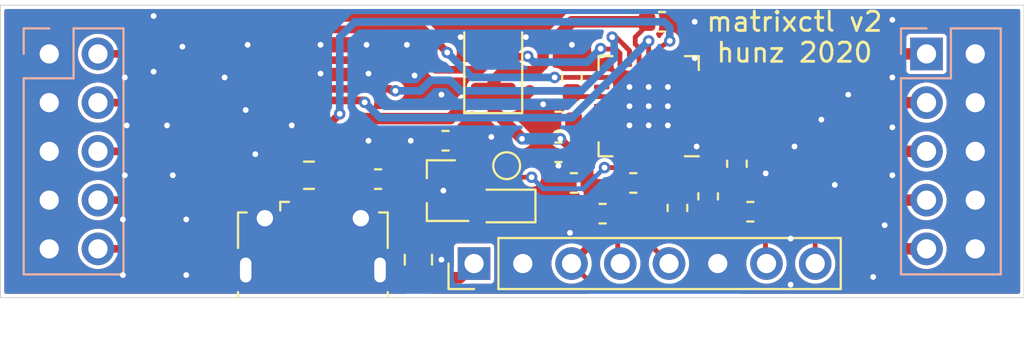
<source format=kicad_pcb>
(kicad_pcb (version 20200628) (host pcbnew "5.99.0-unknown-476558e~101~ubuntu19.10.1")
  (layers (0 "F.Cu" signal) (31 "B.Cu" signal) (34 "B.Paste" user) (35 "F.Paste" user) (36 "B.SilkS" user) (37 "F.SilkS" user) (38 "B.Mask" user) (39 "F.Mask" user) (44 "Edge.Cuts" user))
  (net 0 "")
  (net 1 "GND")
  (net 2 "/VIO")
  (net 3 "/CS1")
  (net 4 "/CS2")
  (net 5 "/CS3")
  (net 6 "/CS4")
  (net 7 "/CS5")
  (net 8 "/SW5")
  (net 9 "/SW4")
  (net 10 "/SW3")
  (net 11 "/SW2")
  (net 12 "/SW1")
  (net 13 "/~INTB")
  (net 14 "/~SDB")
  (net 15 "/SCL")
  (net 16 "/SDA")
  (net 17 "Net-(R105-Pad1)")
  (net 18 "Net-(R106-Pad1)")
  (net 19 "Net-(U101-Pad9)")
  (net 20 "Net-(U101-Pad16)")
  (net 21 "Net-(U101-Pad18)")
  (net 22 "Net-(U101-Pad19)")
  (net 23 "Net-(TP101-Pad1)")
  (net 24 "VBUS")
  (net 25 "Net-(C106-Pad1)")
  (net 26 "Net-(FB101-Pad2)")
  (net 27 "Net-(FB102-Pad2)")
  (net 28 "Net-(J104-Pad3)")
  (net 29 "Net-(J104-Pad4)")
  (net 30 "Net-(J104-Pad2)")
  (module "Resistor_SMD:R_0603_1608Metric" (layer "F.Cu") (at 133.4 114.3 90)
    (fp_text reference "R112" hide)
    (fp_text value "2.2k")
    (fp_line (start -0.162779 0.51) (end 0.162779 0.51) (layer "F.SilkS") (width 0.12))
    (fp_line (start -0.162779 -0.51) (end 0.162779 -0.51) (layer "F.SilkS") (width 0.12))
    (pad "2" smd roundrect (at 0.7875 0 90) (size 0.875 0.95) (layers "F.Cu" "F.Paste" "F.Mask") (net 14 "/~SDB"))
    (pad "1" smd roundrect (at -0.7875 0 90) (size 0.875 0.95) (layers "F.Cu" "F.Paste" "F.Mask") (net 2 "/VIO"))
  )
  (module "Package_TO_SOT_SMD:SOT-23" (layer "F.Cu") (at 119.5 114 180)
    (fp_text reference "U102" hide)
    (fp_text value "AP7313-33SR")
    (fp_line (start 0.76 1.58) (end -0.7 1.58) (layer "F.SilkS") (width 0.12))
    (fp_line (start 0.76 -1.58) (end -1.4 -1.58) (layer "F.SilkS") (width 0.12))
    (fp_line (start 0.76 -1.58) (end 0.76 -0.65) (layer "F.SilkS") (width 0.12))
    (fp_line (start 0.76 1.58) (end 0.76 0.65) (layer "F.SilkS") (width 0.12))
    (pad "3" smd rect (at 1 0 180) (size 0.9 0.8) (layers "F.Cu" "F.Paste" "F.Mask") (net 24 "VBUS"))
    (pad "2" smd rect (at -1 0.95 180) (size 0.9 0.8) (layers "F.Cu" "F.Paste" "F.Mask") (net 25 "Net-(C106-Pad1)"))
    (pad "1" smd rect (at -1 -0.95 180) (size 0.9 0.8) (layers "F.Cu" "F.Paste" "F.Mask") (net 1 "GND"))
  )
  (module "Connector_USB:USB_Micro-B_Molex-105017-0001" (layer "F.Cu") (at 112.8 116.9)
    (fp_text reference "J104" hide)
    (fp_text value "USB_B_Micro")
    (fp_line (start -1.7 -2.3125) (end -1.7 -1.8625) (layer "F.SilkS") (width 0.12))
    (fp_line (start -1.7 -2.3125) (end -1.25 -2.3125) (layer "F.SilkS") (width 0.12))
    (fp_line (start 3.9 -1.7625) (end 3.45 -1.7625) (layer "F.SilkS") (width 0.12))
    (fp_line (start 3.9 0.0875) (end 3.9 -1.7625) (layer "F.SilkS") (width 0.12))
    (fp_line (start -3.9 2.6375) (end -3.9 2.3875) (layer "F.SilkS") (width 0.12))
    (fp_line (start 3.9 2.6375) (end 3.9 2.3875) (layer "F.SilkS") (width 0.12))
    (fp_line (start -3.9 0.0875) (end -3.9 -1.7625) (layer "F.SilkS") (width 0.12))
    (fp_line (start -3.9 -1.7625) (end -3.45 -1.7625) (layer "F.SilkS") (width 0.12))
    (pad "6" smd rect (at -2.9 1.2375) (size 1.2 1.9) (layers "F.Cu" "F.Mask") (net 1 "GND"))
    (pad "6" smd rect (at 2.9 1.2375) (size 1.2 1.9) (layers "F.Cu" "F.Mask") (net 1 "GND"))
    (pad "6" thru_hole oval (at 3.5 1.2375) (size 1.2 1.9) (drill oval 0.6 1.3) (layers *.Cu *.Mask) (net 1 "GND"))
    (pad "6" thru_hole oval (at -3.5 1.2375 180) (size 1.2 1.9) (drill oval 0.6 1.3) (layers *.Cu *.Mask) (net 1 "GND"))
    (pad "6" smd rect (at -1 1.2375) (size 1.5 1.9) (layers "F.Cu" "F.Paste" "F.Mask") (net 1 "GND"))
    (pad "6" thru_hole circle (at 2.5 -1.4625) (size 1.45 1.45) (drill 0.85) (layers *.Cu *.Mask) (net 1 "GND"))
    (pad "3" smd rect (at 0 -1.4625) (size 0.4 1.35) (layers "F.Cu" "F.Paste" "F.Mask") (net 28 "Net-(J104-Pad3)"))
    (pad "4" smd rect (at 0.65 -1.4625) (size 0.4 1.35) (layers "F.Cu" "F.Paste" "F.Mask") (net 29 "Net-(J104-Pad4)"))
    (pad "5" smd rect (at 1.3 -1.4625) (size 0.4 1.35) (layers "F.Cu" "F.Paste" "F.Mask") (net 1 "GND"))
    (pad "1" smd rect (at -1.3 -1.4625) (size 0.4 1.35) (layers "F.Cu" "F.Paste" "F.Mask") (net 26 "Net-(FB101-Pad2)"))
    (pad "2" smd rect (at -0.65 -1.4625) (size 0.4 1.35) (layers "F.Cu" "F.Paste" "F.Mask") (net 30 "Net-(J104-Pad2)"))
    (pad "6" thru_hole circle (at -2.5 -1.4625) (size 1.45 1.45) (drill 0.85) (layers *.Cu *.Mask) (net 1 "GND"))
    (pad "6" smd rect (at 1 1.2375) (size 1.5 1.9) (layers "F.Cu" "F.Paste" "F.Mask") (net 1 "GND"))
  )
  (module "Inductor_SMD:L_0805_2012Metric" (layer "F.Cu") (at 118.3 117.6 -90)
    (fp_text reference "FB102" hide)
    (fp_text value "600R/1A/0.1")
    (fp_line (start -0.258578 0.71) (end 0.258578 0.71) (layer "F.SilkS") (width 0.12))
    (fp_line (start -0.258578 -0.71) (end 0.258578 -0.71) (layer "F.SilkS") (width 0.12))
    (pad "2" smd roundrect (at 0.9375 0 270) (size 0.975 1.4) (layers "F.Cu" "F.Paste" "F.Mask") (net 27 "Net-(FB102-Pad2)"))
    (pad "1" smd roundrect (at -0.9375 0 270) (size 0.975 1.4) (layers "F.Cu" "F.Paste" "F.Mask") (net 24 "VBUS"))
  )
  (module "Inductor_SMD:L_0805_2012Metric" (layer "F.Cu") (at 112.6 113.2 180)
    (fp_text reference "FB101" hide)
    (fp_text value "600R/1A/0.1")
    (fp_line (start -0.258578 0.71) (end 0.258578 0.71) (layer "F.SilkS") (width 0.12))
    (fp_line (start -0.258578 -0.71) (end 0.258578 -0.71) (layer "F.SilkS") (width 0.12))
    (pad "2" smd roundrect (at 0.9375 0 180) (size 0.975 1.4) (layers "F.Cu" "F.Paste" "F.Mask") (net 26 "Net-(FB101-Pad2)"))
    (pad "1" smd roundrect (at -0.9375 0 180) (size 0.975 1.4) (layers "F.Cu" "F.Paste" "F.Mask") (net 24 "VBUS"))
  )
  (module "Diode_SMD:D_SOD-323" (layer "F.Cu") (at 122.9 114.8 180)
    (fp_text reference "D101" hide)
    (fp_text value "BAT60A")
    (fp_line (start -1.5 -0.85) (end 1.05 -0.85) (layer "F.SilkS") (width 0.12))
    (fp_line (start -1.5 0.85) (end 1.05 0.85) (layer "F.SilkS") (width 0.12))
    (fp_line (start -1.5 -0.85) (end -1.5 0.85) (layer "F.SilkS") (width 0.12))
    (pad "2" smd rect (at 1.05 0 180) (size 0.6 0.45) (layers "F.Cu" "F.Paste" "F.Mask") (net 25 "Net-(C106-Pad1)"))
    (pad "1" smd rect (at -1.05 0 180) (size 0.6 0.45) (layers "F.Cu" "F.Paste" "F.Mask") (net 2 "/VIO"))
  )
  (module "Capacitor_SMD:C_0603_1608Metric" (layer "F.Cu") (at 116.2 113.4 180)
    (fp_text reference "C107" hide)
    (fp_text value "2.2u")
    (fp_line (start -0.162779 0.51) (end 0.162779 0.51) (layer "F.SilkS") (width 0.12))
    (fp_line (start -0.162779 -0.51) (end 0.162779 -0.51) (layer "F.SilkS") (width 0.12))
    (pad "2" smd roundrect (at 0.7875 0 180) (size 0.875 0.95) (layers "F.Cu" "F.Paste" "F.Mask") (net 1 "GND"))
    (pad "1" smd roundrect (at -0.7875 0 180) (size 0.875 0.95) (layers "F.Cu" "F.Paste" "F.Mask") (net 24 "VBUS"))
  )
  (module "Capacitor_SMD:C_0603_1608Metric" (layer "F.Cu") (at 119.7125 111.4 180)
    (fp_text reference "C106" hide)
    (fp_text value "2.2u")
    (fp_line (start -0.162779 0.51) (end 0.162779 0.51) (layer "F.SilkS") (width 0.12))
    (fp_line (start -0.162779 -0.51) (end 0.162779 -0.51) (layer "F.SilkS") (width 0.12))
    (pad "2" smd roundrect (at 0.7875 0 180) (size 0.875 0.95) (layers "F.Cu" "F.Paste" "F.Mask") (net 1 "GND"))
    (pad "1" smd roundrect (at -0.7875 0 180) (size 0.875 0.95) (layers "F.Cu" "F.Paste" "F.Mask") (net 25 "Net-(C106-Pad1)"))
  )
  (module "Capacitor_Tantalum_SMD:CP_EIA-3528-21_Kemet-B" (layer "F.Cu") (at 122.2 107.5 90)
    (fp_text reference "C101" hide)
    (fp_text value "22u/10V")
    (fp_line (start -2.46 1.51) (end 1.75 1.51) (layer "F.SilkS") (width 0.12))
    (fp_line (start -2.46 -1.51) (end -2.46 1.51) (layer "F.SilkS") (width 0.12))
    (fp_line (start 1.75 -1.51) (end -2.46 -1.51) (layer "F.SilkS") (width 0.12))
    (pad "2" smd roundrect (at 1.5375 0 90) (size 1.325 2.35) (layers "F.Cu" "F.Paste" "F.Mask") (roundrect_rratio 0.1886792452830189) (net 1 "GND"))
    (pad "1" smd roundrect (at -1.5375 0 90) (size 1.325 2.35) (layers "F.Cu" "F.Paste" "F.Mask") (roundrect_rratio 0.1886792452830189) (net 24 "VBUS"))
  )
  (module "ledmatrix:QFN-28-1EP_5x5mm_P0.5mm_EP3.5x3.5mm_ThermalVias" (layer "F.Cu") (at 130.3 109.6 180)
    (fp_text reference "U101" hide)
    (fp_text value "IS31FL3738")
    (fp_line (start 1.885 -2.61) (end 2.61 -2.61) (layer "F.SilkS") (width 0.12))
    (fp_line (start 2.61 -2.61) (end 2.61 -1.885) (layer "F.SilkS") (width 0.12))
    (fp_line (start -1.885 2.61) (end -2.61 2.61) (layer "F.SilkS") (width 0.12))
    (fp_line (start -2.61 2.61) (end -2.61 1.885) (layer "F.SilkS") (width 0.12))
    (fp_line (start 1.885 2.61) (end 2.61 2.61) (layer "F.SilkS") (width 0.12))
    (fp_line (start 2.61 2.61) (end 2.61 1.885) (layer "F.SilkS") (width 0.12))
    (fp_line (start -1.885 -2.61) (end -2.61 -2.61) (layer "F.SilkS") (width 0.12))
    (pad "29" smd roundrect (at 0 0 180) (size 3.5 3.5) (layers "F.Cu" "F.Mask") (roundrect_rratio 0.075) (net 1 "GND"))
    (pad "29" thru_hole circle (at -1 -1 180) (size 0.6 0.6) (drill 0.3) (layers *.Cu) (net 1 "GND"))
    (pad "29" thru_hole circle (at 0 -1 180) (size 0.6 0.6) (drill 0.3) (layers *.Cu) (net 1 "GND"))
    (pad "29" thru_hole circle (at 1 -1 180) (size 0.6 0.6) (drill 0.3) (layers *.Cu) (net 1 "GND"))
    (pad "29" thru_hole circle (at -1 0 180) (size 0.6 0.6) (drill 0.3) (layers *.Cu) (net 1 "GND"))
    (pad "29" thru_hole circle (at 0 0 180) (size 0.6 0.6) (drill 0.3) (layers *.Cu) (net 1 "GND"))
    (pad "29" thru_hole circle (at 1 0 180) (size 0.6 0.6) (drill 0.3) (layers *.Cu) (net 1 "GND"))
    (pad "29" thru_hole circle (at -1 1 180) (size 0.6 0.6) (drill 0.3) (layers *.Cu) (net 1 "GND"))
    (pad "29" thru_hole circle (at 0 1 180) (size 0.6 0.6) (drill 0.3) (layers *.Cu) (net 1 "GND"))
    (pad "29" thru_hole circle (at 1 1 180) (size 0.6 0.6) (drill 0.3) (layers *.Cu) (net 1 "GND"))
    (pad "29" smd roundrect (at 0 0 180) (size 2.5 2.5) (layers "B.Cu") (roundrect_rratio 0.1) (net 1 "GND"))
    (pad "1" smd roundrect (at -2.45 -1.5 180) (size 0.8 0.25) (layers "F.Cu" "F.Paste" "F.Mask") (net 1 "GND"))
    (pad "2" smd roundrect (at -2.45 -1 180) (size 0.8 0.25) (layers "F.Cu" "F.Paste" "F.Mask") (net 12 "/SW1"))
    (pad "3" smd roundrect (at -2.45 -0.5 180) (size 0.8 0.25) (layers "F.Cu" "F.Paste" "F.Mask") (net 11 "/SW2"))
    (pad "4" smd roundrect (at -2.45 0 180) (size 0.8 0.25) (layers "F.Cu" "F.Paste" "F.Mask") (net 1 "GND"))
    (pad "5" smd roundrect (at -2.45 0.5 180) (size 0.8 0.25) (layers "F.Cu" "F.Paste" "F.Mask") (net 10 "/SW3"))
    (pad "6" smd roundrect (at -2.45 1 180) (size 0.8 0.25) (layers "F.Cu" "F.Paste" "F.Mask") (net 9 "/SW4"))
    (pad "7" smd roundrect (at -2.45 1.5 180) (size 0.8 0.25) (layers "F.Cu" "F.Paste" "F.Mask") (net 8 "/SW5"))
    (pad "8" smd roundrect (at -1.5 2.45 180) (size 0.25 0.8) (layers "F.Cu" "F.Paste" "F.Mask") (net 1 "GND"))
    (pad "9" smd roundrect (at -1 2.45 180) (size 0.25 0.8) (layers "F.Cu" "F.Paste" "F.Mask") (net 19 "Net-(U101-Pad9)"))
    (pad "10" smd roundrect (at -0.5 2.45 180) (size 0.25 0.8) (layers "F.Cu" "F.Paste" "F.Mask") (net 3 "/CS1"))
    (pad "11" smd roundrect (at 0 2.45 180) (size 0.25 0.8) (layers "F.Cu" "F.Paste" "F.Mask") (net 4 "/CS2"))
    (pad "12" smd roundrect (at 0.5 2.45 180) (size 0.25 0.8) (layers "F.Cu" "F.Paste" "F.Mask") (net 24 "VBUS"))
    (pad "13" smd roundrect (at 1 2.45 180) (size 0.25 0.8) (layers "F.Cu" "F.Paste" "F.Mask") (net 5 "/CS3"))
    (pad "14" smd roundrect (at 1.5 2.45 180) (size 0.25 0.8) (layers "F.Cu" "F.Paste" "F.Mask") (net 6 "/CS4"))
    (pad "15" smd roundrect (at 2.45 1.5 180) (size 0.8 0.25) (layers "F.Cu" "F.Paste" "F.Mask") (net 7 "/CS5"))
    (pad "16" smd roundrect (at 2.45 1 180) (size 0.8 0.25) (layers "F.Cu" "F.Paste" "F.Mask") (net 20 "Net-(U101-Pad16)"))
    (pad "17" smd roundrect (at 2.45 0.5 180) (size 0.8 0.25) (layers "F.Cu" "F.Paste" "F.Mask") (net 24 "VBUS"))
    (pad "18" smd roundrect (at 2.45 0 180) (size 0.8 0.25) (layers "F.Cu" "F.Paste" "F.Mask") (net 21 "Net-(U101-Pad18)"))
    (pad "19" smd roundrect (at 2.45 -0.5 180) (size 0.8 0.25) (layers "F.Cu" "F.Paste" "F.Mask") (net 22 "Net-(U101-Pad19)"))
    (pad "20" smd roundrect (at 2.45 -1 180) (size 0.8 0.25) (layers "F.Cu" "F.Paste" "F.Mask") (net 17 "Net-(R105-Pad1)"))
    (pad "21" smd roundrect (at 2.45 -1.5 180) (size 0.8 0.25) (layers "F.Cu" "F.Paste" "F.Mask") (net 24 "VBUS"))
    (pad "22" smd roundrect (at 1.5 -2.45 180) (size 0.25 0.8) (layers "F.Cu" "F.Paste" "F.Mask") (net 2 "/VIO"))
    (pad "23" smd roundrect (at 1 -2.45 180) (size 0.25 0.8) (layers "F.Cu" "F.Paste" "F.Mask") (net 23 "Net-(TP101-Pad1)"))
    (pad "24" smd roundrect (at 0.5 -2.45 180) (size 0.25 0.8) (layers "F.Cu" "F.Paste" "F.Mask") (net 16 "/SDA"))
    (pad "25" smd roundrect (at 0 -2.45 180) (size 0.25 0.8) (layers "F.Cu" "F.Paste" "F.Mask") (net 15 "/SCL"))
    (pad "26" smd roundrect (at -0.5 -2.45 180) (size 0.25 0.8) (layers "F.Cu" "F.Paste" "F.Mask") (net 18 "Net-(R106-Pad1)"))
    (pad "27" smd roundrect (at -1 -2.45 180) (size 0.25 0.8) (layers "F.Cu" "F.Paste" "F.Mask") (net 13 "/~INTB"))
    (pad "28" smd roundrect (at -1.5 -2.45 180) (size 0.25 0.8) (layers "F.Cu" "F.Paste" "F.Mask") (net 14 "/~SDB"))
  )
  (module "Connector_PinHeader_2.54mm:PinHeader_1x08_P2.54mm_Vertical" (layer "F.Cu") (at 121.2 117.8 90)
    (fp_text reference "J103" hide)
    (fp_text value "Conn_01x08" hide)
    (fp_line (start -1.33 -1.33) (end 0 -1.33) (layer "F.SilkS") (width 0.12))
    (fp_line (start -1.33 0) (end -1.33 -1.33) (layer "F.SilkS") (width 0.12))
    (fp_line (start -1.33 1.27) (end 1.33 1.27) (layer "F.SilkS") (width 0.12))
    (fp_line (start 1.33 1.27) (end 1.33 19.11) (layer "F.SilkS") (width 0.12))
    (fp_line (start -1.33 1.27) (end -1.33 19.11) (layer "F.SilkS") (width 0.12))
    (fp_line (start -1.33 19.11) (end 1.33 19.11) (layer "F.SilkS") (width 0.12))
    (pad "8" thru_hole oval (at 0 17.78 90) (size 1.7 1.7) (drill 1) (layers *.Cu *.Mask) (net 14 "/~SDB"))
    (pad "7" thru_hole oval (at 0 15.24 90) (size 1.7 1.7) (drill 1) (layers *.Cu *.Mask) (net 13 "/~INTB"))
    (pad "6" thru_hole oval (at 0 12.7 90) (size 1.7 1.7) (drill 1) (layers *.Cu *.Mask) (net 1 "GND"))
    (pad "5" thru_hole oval (at 0 10.16 90) (size 1.7 1.7) (drill 1) (layers *.Cu *.Mask) (net 15 "/SCL"))
    (pad "4" thru_hole oval (at 0 7.62 90) (size 1.7 1.7) (drill 1) (layers *.Cu *.Mask) (net 16 "/SDA"))
    (pad "3" thru_hole oval (at 0 5.08 90) (size 1.7 1.7) (drill 1) (layers *.Cu *.Mask) (net 2 "/VIO"))
    (pad "2" thru_hole oval (at 0 2.54 90) (size 1.7 1.7) (drill 1) (layers *.Cu *.Mask) (net 1 "GND"))
    (pad "1" thru_hole rect (at 0 0 90) (size 1.7 1.7) (drill 1) (layers *.Cu *.Mask) (net 27 "Net-(FB102-Pad2)"))
  )
  (module "TestPoint:TestPoint_Pad_D1.0mm" (layer "F.Cu") (at 122.9 112.7)
    (fp_text reference "TP101" hide)
    (fp_text value "TestPoint")
    (fp_circle (center 0 0) (end 0 0.7) (layer "F.SilkS") (width 0.12))
    (pad "1" smd circle (at 0 0) (size 1 1) (layers "F.Cu" "F.Mask") (net 23 "Net-(TP101-Pad1)"))
  )
  (module "Resistor_SMD:R_0603_1608Metric" (layer "F.Cu") (at 131.8 114.9 -90)
    (fp_text reference "R106" hide)
    (fp_text value "0")
    (fp_line (start -0.162779 0.51) (end 0.162779 0.51) (layer "F.SilkS") (width 0.12))
    (fp_line (start -0.162779 -0.51) (end 0.162779 -0.51) (layer "F.SilkS") (width 0.12))
    (pad "2" smd roundrect (at 0.7875 0 270) (size 0.875 0.95) (layers "F.Cu" "F.Paste" "F.Mask") (net 1 "GND"))
    (pad "1" smd roundrect (at -0.7875 0 270) (size 0.875 0.95) (layers "F.Cu" "F.Paste" "F.Mask") (net 18 "Net-(R106-Pad1)"))
  )
  (module "Resistor_SMD:R_0603_1608Metric" (layer "F.Cu") (at 125.6 110.4 180)
    (fp_text reference "R105" hide)
    (fp_text value "20k")
    (fp_line (start -0.162779 0.51) (end 0.162779 0.51) (layer "F.SilkS") (width 0.12))
    (fp_line (start -0.162779 -0.51) (end 0.162779 -0.51) (layer "F.SilkS") (width 0.12))
    (pad "2" smd roundrect (at 0.7875 0 180) (size 0.875 0.95) (layers "F.Cu" "F.Paste" "F.Mask") (net 1 "GND"))
    (pad "1" smd roundrect (at -0.7875 0 180) (size 0.875 0.95) (layers "F.Cu" "F.Paste" "F.Mask") (net 17 "Net-(R105-Pad1)"))
  )
  (module "Resistor_SMD:R_0603_1608Metric" (layer "F.Cu") (at 127.9 115.2)
    (fp_text reference "R104" hide)
    (fp_text value "2.2k")
    (fp_line (start -0.162779 0.51) (end 0.162779 0.51) (layer "F.SilkS") (width 0.12))
    (fp_line (start -0.162779 -0.51) (end 0.162779 -0.51) (layer "F.SilkS") (width 0.12))
    (pad "2" smd roundrect (at 0.7875 0) (size 0.875 0.95) (layers "F.Cu" "F.Paste" "F.Mask") (net 16 "/SDA"))
    (pad "1" smd roundrect (at -0.7875 0) (size 0.875 0.95) (layers "F.Cu" "F.Paste" "F.Mask") (net 2 "/VIO"))
  )
  (module "Resistor_SMD:R_0603_1608Metric" (layer "F.Cu") (at 129.5 113.6)
    (fp_text reference "R103" hide)
    (fp_text value "2.2k")
    (fp_line (start -0.162779 0.51) (end 0.162779 0.51) (layer "F.SilkS") (width 0.12))
    (fp_line (start -0.162779 -0.51) (end 0.162779 -0.51) (layer "F.SilkS") (width 0.12))
    (pad "2" smd roundrect (at 0.7875 0) (size 0.875 0.95) (layers "F.Cu" "F.Paste" "F.Mask") (net 15 "/SCL"))
    (pad "1" smd roundrect (at -0.7875 0) (size 0.875 0.95) (layers "F.Cu" "F.Paste" "F.Mask") (net 2 "/VIO"))
  )
  (module "Resistor_SMD:R_0603_1608Metric" (layer "F.Cu") (at 134.9 112.6 90)
    (fp_text reference "R102" hide)
    (fp_text value "DNP")
    (fp_line (start -0.162779 0.51) (end 0.162779 0.51) (layer "F.SilkS") (width 0.12))
    (fp_line (start -0.162779 -0.51) (end 0.162779 -0.51) (layer "F.SilkS") (width 0.12))
    (pad "2" smd roundrect (at 0.7875 0 90) (size 0.875 0.95) (layers "F.Cu" "F.Paste" "F.Mask") (net 1 "GND"))
    (pad "1" smd roundrect (at -0.7875 0 90) (size 0.875 0.95) (layers "F.Cu" "F.Paste" "F.Mask") (net 14 "/~SDB"))
  )
  (module "Resistor_SMD:R_0603_1608Metric" (layer "F.Cu") (at 135.6 115.1)
    (fp_text reference "R101" hide)
    (fp_text value "100k")
    (fp_line (start -0.162779 0.51) (end 0.162779 0.51) (layer "F.SilkS") (width 0.12))
    (fp_line (start -0.162779 -0.51) (end 0.162779 -0.51) (layer "F.SilkS") (width 0.12))
    (pad "2" smd roundrect (at 0.7875 0) (size 0.875 0.95) (layers "F.Cu" "F.Paste" "F.Mask") (net 13 "/~INTB"))
    (pad "1" smd roundrect (at -0.7875 0) (size 0.875 0.95) (layers "F.Cu" "F.Paste" "F.Mask") (net 2 "/VIO"))
  )
  (module "Capacitor_SMD:C_0603_1608Metric" (layer "F.Cu") (at 126.4 113.6 180)
    (fp_text reference "C105" hide)
    (fp_text value "1u")
    (fp_line (start -0.162779 -0.51) (end 0.162779 -0.51) (layer "F.SilkS") (width 0.12))
    (fp_line (start -0.162779 0.51) (end 0.162779 0.51) (layer "F.SilkS") (width 0.12))
    (pad "1" smd roundrect (at -0.7875 0 180) (size 0.875 0.95) (layers "F.Cu" "F.Paste" "F.Mask") (net 2 "/VIO"))
    (pad "2" smd roundrect (at 0.7875 0 180) (size 0.875 0.95) (layers "F.Cu" "F.Paste" "F.Mask") (net 1 "GND"))
  )
  (module "Capacitor_SMD:C_0603_1608Metric" (layer "F.Cu") (at 125.6 112 180)
    (fp_text reference "C104" hide)
    (fp_text value "1u")
    (fp_line (start -0.162779 0.51) (end 0.162779 0.51) (layer "F.SilkS") (width 0.12))
    (fp_line (start -0.162779 -0.51) (end 0.162779 -0.51) (layer "F.SilkS") (width 0.12))
    (pad "2" smd roundrect (at 0.7875 0 180) (size 0.875 0.95) (layers "F.Cu" "F.Paste" "F.Mask") (net 1 "GND"))
    (pad "1" smd roundrect (at -0.7875 0 180) (size 0.875 0.95) (layers "F.Cu" "F.Paste" "F.Mask") (net 24 "VBUS"))
  )
  (module "Capacitor_SMD:C_0603_1608Metric" (layer "F.Cu") (at 131 105.2)
    (fp_text reference "C103" hide)
    (fp_text value "1u")
    (fp_line (start -0.162779 0.51) (end 0.162779 0.51) (layer "F.SilkS") (width 0.12))
    (fp_line (start -0.162779 -0.51) (end 0.162779 -0.51) (layer "F.SilkS") (width 0.12))
    (pad "2" smd roundrect (at 0.7875 0) (size 0.875 0.95) (layers "F.Cu" "F.Paste" "F.Mask") (net 1 "GND"))
    (pad "1" smd roundrect (at -0.7875 0) (size 0.875 0.95) (layers "F.Cu" "F.Paste" "F.Mask") (net 24 "VBUS"))
  )
  (module "Capacitor_SMD:C_0603_1608Metric" (layer "F.Cu") (at 126.3 108.1 90)
    (fp_text reference "C102" hide)
    (fp_text value "1u")
    (fp_line (start -0.162779 0.51) (end 0.162779 0.51) (layer "F.SilkS") (width 0.12))
    (fp_line (start -0.162779 -0.51) (end 0.162779 -0.51) (layer "F.SilkS") (width 0.12))
    (pad "2" smd roundrect (at 0.7875 0 90) (size 0.875 0.95) (layers "F.Cu" "F.Paste" "F.Mask") (net 1 "GND"))
    (pad "1" smd roundrect (at -0.7875 0 90) (size 0.875 0.95) (layers "F.Cu" "F.Paste" "F.Mask") (net 24 "VBUS"))
  )
  (module "Connector_PinSocket_2.54mm:PinSocket_2x05_P2.54mm_Vertical" (layer "B.Cu") (at 144.78 106.875 180)
    (fp_text reference "J102" hide)
    (fp_text value "Conn_02x05_Odd_Even" hide)
    (fp_line (start -3.87 1.33) (end -1.27 1.33) (layer "B.SilkS") (width 0.12))
    (fp_line (start -3.87 1.33) (end -3.87 -11.49) (layer "B.SilkS") (width 0.12))
    (fp_line (start -3.87 -11.49) (end 1.33 -11.49) (layer "B.SilkS") (width 0.12))
    (fp_line (start 1.33 -1.27) (end 1.33 -11.49) (layer "B.SilkS") (width 0.12))
    (fp_line (start -1.27 -1.27) (end 1.33 -1.27) (layer "B.SilkS") (width 0.12))
    (fp_line (start -1.27 1.33) (end -1.27 -1.27) (layer "B.SilkS") (width 0.12))
    (fp_line (start 1.33 1.33) (end 1.33 0) (layer "B.SilkS") (width 0.12))
    (fp_line (start 0 1.33) (end 1.33 1.33) (layer "B.SilkS") (width 0.12))
    (pad "1" thru_hole rect (at 0 0 180) (size 1.7 1.7) (drill 1) (layers *.Cu *.Mask) (net 8 "/SW5"))
    (pad "2" thru_hole oval (at -2.54 0 180) (size 1.7 1.7) (drill 1) (layers *.Cu *.Mask) (net 1 "GND"))
    (pad "3" thru_hole oval (at 0 -2.54 180) (size 1.7 1.7) (drill 1) (layers *.Cu *.Mask) (net 9 "/SW4"))
    (pad "4" thru_hole oval (at -2.54 -2.54 180) (size 1.7 1.7) (drill 1) (layers *.Cu *.Mask) (net 1 "GND"))
    (pad "5" thru_hole oval (at 0 -5.08 180) (size 1.7 1.7) (drill 1) (layers *.Cu *.Mask) (net 10 "/SW3"))
    (pad "6" thru_hole oval (at -2.54 -5.08 180) (size 1.7 1.7) (drill 1) (layers *.Cu *.Mask) (net 1 "GND"))
    (pad "7" thru_hole oval (at 0 -7.62 180) (size 1.7 1.7) (drill 1) (layers *.Cu *.Mask) (net 11 "/SW2"))
    (pad "8" thru_hole oval (at -2.54 -7.62 180) (size 1.7 1.7) (drill 1) (layers *.Cu *.Mask) (net 1 "GND"))
    (pad "9" thru_hole oval (at 0 -10.16 180) (size 1.7 1.7) (drill 1) (layers *.Cu *.Mask) (net 12 "/SW1"))
    (pad "10" thru_hole oval (at -2.54 -10.16 180) (size 1.7 1.7) (drill 1) (layers *.Cu *.Mask) (net 1 "GND"))
  )
  (module "Connector_PinSocket_2.54mm:PinSocket_2x05_P2.54mm_Vertical" (layer "B.Cu") (at 99.06 106.875 180)
    (fp_text reference "J101" hide)
    (fp_text value "Conn_02x05_Odd_Even" hide)
    (fp_line (start 0 1.33) (end 1.33 1.33) (layer "B.SilkS") (width 0.12))
    (fp_line (start 1.33 1.33) (end 1.33 0) (layer "B.SilkS") (width 0.12))
    (fp_line (start -1.27 1.33) (end -1.27 -1.27) (layer "B.SilkS") (width 0.12))
    (fp_line (start -1.27 -1.27) (end 1.33 -1.27) (layer "B.SilkS") (width 0.12))
    (fp_line (start 1.33 -1.27) (end 1.33 -11.49) (layer "B.SilkS") (width 0.12))
    (fp_line (start -3.87 -11.49) (end 1.33 -11.49) (layer "B.SilkS") (width 0.12))
    (fp_line (start -3.87 1.33) (end -3.87 -11.49) (layer "B.SilkS") (width 0.12))
    (fp_line (start -3.87 1.33) (end -1.27 1.33) (layer "B.SilkS") (width 0.12))
    (pad "10" thru_hole oval (at -2.54 -10.16 180) (size 1.7 1.7) (drill 1) (layers *.Cu *.Mask) (net 3 "/CS1"))
    (pad "9" thru_hole oval (at 0 -10.16 180) (size 1.7 1.7) (drill 1) (layers *.Cu *.Mask) (net 1 "GND"))
    (pad "8" thru_hole oval (at -2.54 -7.62 180) (size 1.7 1.7) (drill 1) (layers *.Cu *.Mask) (net 4 "/CS2"))
    (pad "7" thru_hole oval (at 0 -7.62 180) (size 1.7 1.7) (drill 1) (layers *.Cu *.Mask) (net 1 "GND"))
    (pad "6" thru_hole oval (at -2.54 -5.08 180) (size 1.7 1.7) (drill 1) (layers *.Cu *.Mask) (net 5 "/CS3"))
    (pad "5" thru_hole oval (at 0 -5.08 180) (size 1.7 1.7) (drill 1) (layers *.Cu *.Mask) (net 1 "GND"))
    (pad "4" thru_hole oval (at -2.54 -2.54 180) (size 1.7 1.7) (drill 1) (layers *.Cu *.Mask) (net 6 "/CS4"))
    (pad "3" thru_hole oval (at 0 -2.54 180) (size 1.7 1.7) (drill 1) (layers *.Cu *.Mask) (net 1 "GND"))
    (pad "2" thru_hole oval (at -2.54 0 180) (size 1.7 1.7) (drill 1) (layers *.Cu *.Mask) (net 7 "/CS5"))
    (pad "1" thru_hole rect (at 0 0 180) (size 1.7 1.7) (drill 1) (layers *.Cu *.Mask) (net 1 "GND"))
  )
  (gr_text "matrixctl v2\nhunz 2020" (at 137.9 106) (layer "F.SilkS") (effects (font (size 1 1))))
  (gr_line (start 96.52 104.335) (end 96.52 119.575) (layer "Edge.Cuts") (width 0.05))
  (gr_line (start 149.86 104.335) (end 96.52 104.335) (layer "Edge.Cuts") (width 0.05))
  (gr_line (start 149.86 119.575) (end 149.86 104.335) (layer "Edge.Cuts") (width 0.05))
  (gr_line (start 96.52 119.575) (end 149.86 119.575) (layer "Edge.Cuts") (width 0.05))
  (segment (start 118.95 108.25) (end 118.4 108.8) (width 0.4) (layer "B.Cu") (net 5))
  (segment (start 120.499999 108.799999) (end 120.05 108.35) (width 0.4) (layer "B.Cu") (net 5))
  (segment (start 120.05 108.35) (end 119.95 108.25) (width 0.4) (layer "B.Cu") (net 5))
  (segment (start 119.95 108.25) (end 118.95 108.25) (width 0.4) (layer "B.Cu") (net 5))
  (segment (start 119.2 107.7) (end 121.6 107.7) (width 0.4) (layer "F.Cu") (net 6))
  (segment (start 116.8 107.2) (end 117.9 107.2) (width 0.4) (layer "F.Cu") (net 6))
  (segment (start 117.9 107.2) (end 118.7 107.2) (width 0.4) (layer "F.Cu") (net 6))
  (segment (start 118.7 107.2) (end 119.2 107.7) (width 0.4) (layer "F.Cu") (net 6))
  (segment (start 121.6 107.7) (end 122.27499 107.02501) (width 0.4) (layer "F.Cu") (net 6))
  (segment (start 125.4 108.099999) (end 121.099999 108.099999) (width 0.4) (layer "B.Cu") (net 7))
  (segment (start 121.099999 108.099999) (end 119.8 106.8) (width 0.4) (layer "B.Cu") (net 7))
  (via (at 119.8 106.8) (size 0.6) (drill 0.3) (layers "F.Cu" "B.Cu") (net 7))
  (segment (start 118.6 105.6) (end 118.4 105.6) (width 0.4) (layer "F.Cu") (net 7))
  (segment (start 119.8 106.8) (end 118.6 105.6) (width 0.4) (layer "F.Cu") (net 7))
  (segment (start 124.8 106.7) (end 124.8 107.4) (width 0.6) (layer "F.Cu") (net 24))
  (segment (start 130.2125 105.2) (end 126.3 105.2) (width 0.6) (layer "F.Cu") (net 24))
  (segment (start 126.3 105.2) (end 124.8 106.7) (width 0.6) (layer "F.Cu") (net 24))
  (via (at 119.5 109) (size 0.6) (drill 0.3) (layers "F.Cu" "B.Cu") (net 1))
  (segment (start 121.400001 108.799999) (end 120.499999 108.799999) (width 0.4) (layer "B.Cu") (net 5))
  (segment (start 121.400001 108.799999) (end 126.800001 108.799999) (width 0.4) (layer "B.Cu") (net 5))
  (segment (start 118.4 108.8) (end 117.1 108.8) (width 0.4) (layer "B.Cu") (net 5))
  (via (at 118.1 108) (size 0.6) (drill 0.3) (layers "F.Cu" "B.Cu") (net 1))
  (segment (start 117.1 108.8) (end 116.9125 108.8) (width 0.4) (layer "F.Cu") (net 5))
  (segment (start 116.9125 108.8) (end 116.812499 108.699999) (width 0.4) (layer "F.Cu") (net 5))
  (segment (start 128.500001 107.099999) (end 128.500001 106.100001) (width 0.4) (layer "B.Cu") (net 5))
  (via (at 117.1 108.8) (size 0.6) (drill 0.3) (layers "F.Cu" "B.Cu") (net 5))
  (segment (start 128.500001 106.100001) (end 128.4 106) (width 0.4) (layer "B.Cu") (net 5))
  (segment (start 126.800001 108.799999) (end 128.500001 107.099999) (width 0.4) (layer "B.Cu") (net 5))
  (segment (start 110.9125 112.1875) (end 111.7 111.4) (width 0.4) (layer "F.Cu") (net 3))
  (segment (start 111.7 111.4) (end 112.8 111.4) (width 0.4) (layer "F.Cu") (net 3))
  (segment (start 110.9125 109.8) (end 112.4875 109.8) (width 0.4) (layer "F.Cu") (net 4))
  (segment (start 116.8 107.2) (end 107 107.2) (width 0.4) (layer "F.Cu") (net 6))
  (segment (start 116.9125 107.2) (end 116.8 107.2) (width 0.4) (layer "F.Cu") (net 6))
  (segment (start 116.9125 105.6) (end 118.4 105.6) (width 0.4) (layer "F.Cu") (net 7))
  (segment (start 131.8 112.05) (end 132.15 112.05) (width 0.25) (layer "F.Cu") (net 14))
  (segment (start 132.29375 112.40625) (end 133.4 113.5125) (width 0.25) (layer "F.Cu") (net 14))
  (segment (start 132.15 112.05) (end 132.29375 112.19375) (width 0.25) (layer "F.Cu") (net 14))
  (segment (start 132.29375 112.19375) (end 132.29375 112.40625) (width 0.25) (layer "F.Cu") (net 14))
  (via (at 136.4 113.1) (size 0.6) (drill 0.3) (layers "F.Cu" "B.Cu") (net 1))
  (segment (start 133.4 115.0875) (end 134.8 115.0875) (width 0.25) (layer "F.Cu") (net 2))
  (segment (start 134.8 115.0875) (end 134.8125 115.1) (width 0.25) (layer "F.Cu") (net 2))
  (segment (start 132.45 113.45) (end 132.6 113.6) (width 0.25) (layer "F.Cu") (net 13))
  (segment (start 131.3 112.6) (end 131.9 113.2) (width 0.25) (layer "F.Cu") (net 13))
  (segment (start 131.9 113.2) (end 132.2 113.2) (width 0.25) (layer "F.Cu") (net 13))
  (segment (start 132.2 113.2) (end 132.45 113.45) (width 0.25) (layer "F.Cu") (net 13))
  (segment (start 138.98 116.18) (end 137.05 114.25) (width 0.25) (layer "F.Cu") (net 14))
  (segment (start 134.9 113.3875) (end 135.5875 113.3875) (width 0.25) (layer "F.Cu") (net 14))
  (segment (start 135.5875 113.3875) (end 136.45 114.25) (width 0.25) (layer "F.Cu") (net 14))
  (segment (start 136.45 114.25) (end 137.05 114.25) (width 0.25) (layer "F.Cu") (net 14))
  (segment (start 138.98 117.8) (end 138.98 116.18) (width 0.25) (layer "F.Cu") (net 14))
  (segment (start 133.4 113.5125) (end 134.775 113.5125) (width 0.25) (layer "F.Cu") (net 14))
  (segment (start 134.775 113.5125) (end 134.9 113.3875) (width 0.25) (layer "F.Cu") (net 14))
  (segment (start 141.735 117.035) (end 144.78 117.035) (width 0.6) (layer "F.Cu") (net 12))
  (segment (start 132.6 113.6) (end 132.6 114.1) (width 0.25) (layer "F.Cu") (net 13))
  (segment (start 132.6 114.1) (end 132.8 114.3) (width 0.25) (layer "F.Cu") (net 13))
  (segment (start 132.8 114.3) (end 132.80001 114.29999) (width 0.25) (layer "F.Cu") (net 13))
  (segment (start 132.80001 114.29999) (end 135.58749 114.29999) (width 0.25) (layer "F.Cu") (net 13))
  (segment (start 135.58749 114.29999) (end 136.3875 115.1) (width 0.25) (layer "F.Cu") (net 13))
  (segment (start 135 110.6) (end 135.3 110.6) (width 0.25) (layer "F.Cu") (net 12))
  (segment (start 135.3 110.6) (end 135.7 111) (width 0.25) (layer "F.Cu") (net 12))
  (segment (start 124.2 113.3) (end 123.5 113.3) (width 0.25) (layer "F.Cu") (net 23))
  (segment (start 123.5 113.3) (end 122.9 112.7) (width 0.25) (layer "F.Cu") (net 23))
  (via (at 111.7 110.6) (size 0.6) (drill 0.3) (layers "F.Cu" "B.Cu") (net 1))
  (via (at 102.9 118.4) (size 0.6) (drill 0.3) (layers "F.Cu" "B.Cu") (net 1))
  (via (at 106.2 118.4) (size 0.6) (drill 0.3) (layers "F.Cu" "B.Cu") (net 1))
  (segment (start 128.8 107.15) (end 128.8 106.83641) (width 0.25) (layer "F.Cu") (net 6))
  (segment (start 128.8 106.83641) (end 128.588591 106.625001) (width 0.25) (layer "F.Cu") (net 6))
  (segment (start 128.588591 106.625001) (end 127.825001 106.625001) (width 0.25) (layer "F.Cu") (net 6))
  (segment (start 127.825001 106.625001) (end 127.8 106.6) (width 0.25) (layer "F.Cu") (net 6))
  (segment (start 129.3 107.15) (end 129.3 106.7) (width 0.25) (layer "F.Cu") (net 5))
  (segment (start 128.6 106) (end 128.4 106) (width 0.25) (layer "F.Cu") (net 5))
  (segment (start 129.3 106.7) (end 128.6 106) (width 0.25) (layer "F.Cu") (net 5))
  (segment (start 124 107) (end 124.299999 107.299999) (width 0.4) (layer "B.Cu") (net 6))
  (segment (start 124.299999 107.299999) (end 127.100001 107.299999) (width 0.4) (layer "B.Cu") (net 6))
  (segment (start 127.100001 107.299999) (end 127.8 106.6) (width 0.4) (layer "B.Cu") (net 6))
  (via (at 127.8 106.6) (size 0.6) (drill 0.3) (layers "F.Cu" "B.Cu") (net 6))
  (via (at 128.4 106) (size 0.6) (drill 0.3) (layers "F.Cu" "B.Cu") (net 5))
  (segment (start 129.3 106.7) (end 129 106.4) (width 0.25) (layer "F.Cu") (net 5))
  (via (at 137.7 118.9) (size 0.6) (drill 0.3) (layers "F.Cu" "B.Cu") (net 1))
  (via (at 137.7 116.5) (size 0.6) (drill 0.3) (layers "F.Cu" "B.Cu") (net 1))
  (via (at 137.9 111.7) (size 0.6) (drill 0.3) (layers "F.Cu" "B.Cu") (net 1))
  (via (at 126.2 116.2) (size 0.6) (drill 0.3) (layers "F.Cu" "B.Cu") (net 1))
  (via (at 119.5 117.6) (size 0.6) (drill 0.3) (layers "F.Cu" "B.Cu") (net 1))
  (via (at 122.1 111.2) (size 0.6) (drill 0.3) (layers "F.Cu" "B.Cu") (net 1))
  (via (at 104.5 104.9) (size 0.6) (drill 0.3) (layers "F.Cu" "B.Cu") (net 1))
  (via (at 109.4 106.4) (size 0.6) (drill 0.3) (layers "F.Cu" "B.Cu") (net 1))
  (via (at 106 106.5) (size 0.6) (drill 0.3) (layers "F.Cu" "B.Cu") (net 1))
  (via (at 104.5 107.8) (size 0.6) (drill 0.3) (layers "F.Cu" "B.Cu") (net 1))
  (via (at 103 108.1) (size 0.6) (drill 0.3) (layers "F.Cu" "B.Cu") (net 1))
  (via (at 103.1 110.6) (size 0.6) (drill 0.3) (layers "F.Cu" "B.Cu") (net 1))
  (via (at 105.2 110.6) (size 0.6) (drill 0.3) (layers "F.Cu" "B.Cu") (net 1))
  (via (at 108.2 108.1) (size 0.6) (drill 0.3) (layers "F.Cu" "B.Cu") (net 1))
  (via (at 113.2 107.9) (size 0.6) (drill 0.3) (layers "F.Cu" "B.Cu") (net 1))
  (via (at 113.2 106.4) (size 0.6) (drill 0.3) (layers "F.Cu" "B.Cu") (net 1))
  (via (at 115.6 106.4) (size 0.6) (drill 0.3) (layers "F.Cu" "B.Cu") (net 1))
  (via (at 117.7 106.4) (size 0.6) (drill 0.3) (layers "F.Cu" "B.Cu") (net 1))
  (via (at 115.7 107.9) (size 0.6) (drill 0.3) (layers "F.Cu" "B.Cu") (net 1))
  (via (at 109.3 109.8) (size 0.6) (drill 0.3) (layers "F.Cu" "B.Cu") (net 1))
  (via (at 105.5 113.2) (size 0.6) (drill 0.3) (layers "F.Cu" "B.Cu") (net 1))
  (via (at 103 113.2) (size 0.6) (drill 0.3) (layers "F.Cu" "B.Cu") (net 1))
  (via (at 102.9 115.5) (size 0.6) (drill 0.3) (layers "F.Cu" "B.Cu") (net 1))
  (via (at 106.2 115.5) (size 0.6) (drill 0.3) (layers "F.Cu" "B.Cu") (net 1))
  (via (at 109.8 112.1) (size 0.6) (drill 0.3) (layers "F.Cu" "B.Cu") (net 1))
  (segment (start 101.6 109.415) (end 104.785 109.415) (width 0.4) (layer "F.Cu") (net 6))
  (segment (start 104.785 109.415) (end 107 107.2) (width 0.4) (layer "F.Cu") (net 6))
  (segment (start 116.812499 108.699999) (end 108.900001 108.699999) (width 0.4) (layer "F.Cu") (net 5))
  (segment (start 101.6 111.955) (end 105.645 111.955) (width 0.4) (layer "F.Cu") (net 5))
  (segment (start 105.645 111.955) (end 108.900001 108.699999) (width 0.4) (layer "F.Cu") (net 5))
  (segment (start 101.6 114.495) (end 106.2175 114.495) (width 0.4) (layer "F.Cu") (net 4))
  (segment (start 106.2175 114.495) (end 110.9125 109.8) (width 0.4) (layer "F.Cu") (net 4))
  (segment (start 101.6 117.035) (end 106.065 117.035) (width 0.4) (layer "F.Cu") (net 3))
  (segment (start 106.065 117.035) (end 110.9125 112.1875) (width 0.4) (layer "F.Cu") (net 3))
  (segment (start 115.399999 109.299999) (end 113.600001 109.299999) (width 0.4) (layer "F.Cu") (net 4))
  (segment (start 112.4875 109.8) (end 113.1 109.8) (width 0.4) (layer "F.Cu") (net 4))
  (segment (start 113.1 109.8) (end 113.600001 109.299999) (width 0.4) (layer "F.Cu") (net 4))
  (segment (start 112.8 111.4) (end 114.2 110) (width 0.4) (layer "F.Cu") (net 3))
  (segment (start 115.5 109.4) (end 115.399999 109.299999) (width 0.4) (layer "F.Cu") (net 4))
  (segment (start 116.9125 105.6) (end 104.7 105.6) (width 0.4) (layer "F.Cu") (net 7))
  (segment (start 104.7 105.6) (end 103.425 106.875) (width 0.4) (layer "F.Cu") (net 7))
  (segment (start 103.425 106.875) (end 101.6 106.875) (width 0.4) (layer "F.Cu") (net 7))
  (segment (start 131.4 106.2) (end 131.4 105.5) (width 0.4) (layer "B.Cu") (net 3))
  (segment (start 114.2 106) (end 114.2 110) (width 0.4) (layer "B.Cu") (net 3))
  (segment (start 115 105.2) (end 114.2 106) (width 0.4) (layer "B.Cu") (net 3))
  (segment (start 131.1 105.2) (end 115 105.2) (width 0.4) (layer "B.Cu") (net 3))
  (via (at 114.2 110) (size 0.6) (drill 0.3) (layers "F.Cu" "B.Cu") (net 3))
  (segment (start 131.4 105.5) (end 131.1 105.2) (width 0.4) (layer "B.Cu") (net 3))
  (segment (start 116.300001 110.200001) (end 115.5 109.4) (width 0.4) (layer "B.Cu") (net 4))
  (via (at 115.5 109.4) (size 0.6) (drill 0.3) (layers "F.Cu" "B.Cu") (net 4))
  (segment (start 130.3 106.2) (end 126.299999 110.200001) (width 0.4) (layer "B.Cu") (net 4))
  (segment (start 126.299999 110.200001) (end 116.300001 110.200001) (width 0.4) (layer "B.Cu") (net 4))
  (segment (start 123.37499 107.02501) (end 123.97499 107.02501) (width 0.4) (layer "F.Cu") (net 6))
  (segment (start 123.37499 107.02501) (end 122.27499 107.02501) (width 0.4) (layer "F.Cu") (net 6))
  (segment (start 123.97499 107.02501) (end 124 107) (width 0.4) (layer "F.Cu") (net 6))
  (segment (start 115.25 110.25) (end 118.85 110.25) (width 0.6) (layer "F.Cu") (net 24))
  (segment (start 118.85 110.25) (end 119.95 110.25) (width 0.6) (layer "F.Cu") (net 24))
  (segment (start 122.2 109.0375) (end 121.1625 109.0375) (width 0.6) (layer "F.Cu") (net 24))
  (segment (start 119.95 110.25) (end 121.1625 109.0375) (width 0.6) (layer "F.Cu") (net 24))
  (segment (start 122.2 109.0375) (end 122.2 109.8) (width 0.6) (layer "F.Cu") (net 24))
  (segment (start 122.2 109.8) (end 123.7 111.3) (width 0.6) (layer "F.Cu") (net 24))
  (segment (start 122.2 108.3) (end 122.2 109.0375) (width 0.6) (layer "F.Cu") (net 24))
  (segment (start 122.7 107.8) (end 122.2 108.3) (width 0.6) (layer "F.Cu") (net 24))
  (segment (start 129.75001 106.65001) (end 129.75001 106.5136) (width 0.25) (layer "F.Cu") (net 24))
  (segment (start 129.8 107.15) (end 129.8 106.7) (width 0.25) (layer "F.Cu") (net 24))
  (segment (start 129.8 106.7) (end 129.75001 106.65001) (width 0.25) (layer "F.Cu") (net 24))
  (segment (start 129.6 106.36359) (end 129.6 106) (width 0.25) (layer "F.Cu") (net 24))
  (segment (start 129.75001 106.5136) (end 129.6 106.36359) (width 0.25) (layer "F.Cu") (net 24))
  (segment (start 130.2125 105.3875) (end 130.2125 105.2) (width 0.25) (layer "F.Cu") (net 24))
  (segment (start 129.6 106) (end 130.2125 105.3875) (width 0.25) (layer "F.Cu") (net 24))
  (segment (start 131.4 106.2) (end 130.8 106.6) (width 0.25) (layer "F.Cu") (net 3))
  (segment (start 130.8 106.6) (end 130.8 107.15) (width 0.25) (layer "F.Cu") (net 3))
  (via (at 131.4 106.2) (size 0.6) (drill 0.3) (layers "F.Cu" "B.Cu") (net 3))
  (via (at 124 107) (size 0.6) (drill 0.3) (layers "F.Cu" "B.Cu") (net 6))
  (segment (start 124.8 107.4) (end 124.4 107.8) (width 0.6) (layer "F.Cu") (net 24))
  (segment (start 124.4 107.8) (end 122.7 107.8) (width 0.6) (layer "F.Cu") (net 24))
  (via (at 132.7 107.1) (size 0.6) (drill 0.3) (layers "F.Cu" "B.Cu") (net 1))
  (via (at 130.3 106.2) (size 0.6) (drill 0.3) (layers "F.Cu" "B.Cu") (net 4))
  (segment (start 130.3 107.15) (end 130.3 106.2) (width 0.25) (layer "F.Cu") (net 4))
  (segment (start 126.212499 108.799999) (end 124.099999 108.799999) (width 0.4) (layer "F.Cu") (net 24))
  (segment (start 123.862498 109.0375) (end 124.099999 108.799999) (width 0.6) (layer "F.Cu") (net 24))
  (segment (start 122.2 109.0375) (end 123.862498 109.0375) (width 0.6) (layer "F.Cu") (net 24))
  (segment (start 123.7 111.3) (end 125.7 111.3) (width 0.6) (layer "B.Cu") (net 24))
  (via (at 125.4 108.099999) (size 0.6) (drill 0.3) (layers "F.Cu" "B.Cu") (net 7))
  (segment (start 125.4 108.1) (end 125.4 108.099999) (width 0.25) (layer "F.Cu") (net 7))
  (via (at 143 108.1) (size 0.6) (drill 0.3) (layers "F.Cu" "B.Cu") (net 1))
  (via (at 143 113.2) (size 0.6) (drill 0.3) (layers "F.Cu" "B.Cu") (net 1))
  (via (at 139.3 110.3) (size 0.6) (drill 0.3) (layers "F.Cu" "B.Cu") (net 1))
  (via (at 132.7 105.2) (size 0.6) (drill 0.3) (layers "F.Cu" "B.Cu") (net 1))
  (via (at 143 105.1) (size 0.6) (drill 0.3) (layers "F.Cu" "B.Cu") (net 1))
  (via (at 142 118.5) (size 0.6) (drill 0.3) (layers "F.Cu" "B.Cu") (net 1))
  (via (at 142.6 115.8) (size 0.6) (drill 0.3) (layers "F.Cu" "B.Cu") (net 1))
  (via (at 140 113.7) (size 0.6) (drill 0.3) (layers "F.Cu" "B.Cu") (net 1))
  (via (at 143 110.7) (size 0.6) (drill 0.3) (layers "F.Cu" "B.Cu") (net 1))
  (via (at 140.7 109) (size 0.6) (drill 0.3) (layers "F.Cu" "B.Cu") (net 1))
  (via (at 115.7 111.4) (size 0.6) (drill 0.3) (layers "F.Cu" "B.Cu") (net 1))
  (segment (start 115.25 110.25) (end 113.5375 111.9625) (width 0.6) (layer "F.Cu") (net 24))
  (via (at 123.7 111.3) (size 0.6) (drill 0.3) (layers "F.Cu" "B.Cu") (net 24))
  (segment (start 126.3 108.8875) (end 126.212499 108.799999) (width 0.4) (layer "F.Cu") (net 24))
  (segment (start 122.2 105.9625) (end 123.8625 105.9625) (width 0.6) (layer "F.Cu") (net 1))
  (via (at 123.9 106) (size 0.6) (drill 0.3) (layers "F.Cu" "B.Cu") (net 1))
  (segment (start 123.8625 105.9625) (end 123.9 106) (width 0.6) (layer "F.Cu") (net 1))
  (segment (start 122.2 105.9625) (end 120.5375 105.9625) (width 0.6) (layer "F.Cu") (net 1))
  (via (at 120.5 106) (size 0.6) (drill 0.3) (layers "F.Cu" "B.Cu") (net 1))
  (segment (start 120.5375 105.9625) (end 120.5 106) (width 0.6) (layer "F.Cu") (net 1))
  (segment (start 130.8 112.05) (end 130.8 112.73641) (width 0.25) (layer "F.Cu") (net 18))
  (segment (start 131.8 113.73641) (end 131.8 114.1125) (width 0.25) (layer "F.Cu") (net 18))
  (segment (start 130.8 112.73641) (end 131.8 113.73641) (width 0.25) (layer "F.Cu") (net 18))
  (segment (start 114.432475 112.732475) (end 114.432475 113.032475) (width 0.4) (layer "F.Cu") (net 24))
  (segment (start 115.54375 112.45625) (end 115.14375 112.45625) (width 0.4) (layer "F.Cu") (net 24))
  (segment (start 115.14375 112.45625) (end 114.7087 112.45625) (width 0.4) (layer "F.Cu") (net 24))
  (segment (start 114.7087 112.45625) (end 114.432475 112.732475) (width 0.4) (layer "F.Cu") (net 24))
  (segment (start 114.432475 113.032475) (end 114.26495 113.2) (width 0.4) (layer "F.Cu") (net 24))
  (segment (start 113.5375 113.2) (end 114.2 113.2) (width 0.4) (layer "F.Cu") (net 24))
  (segment (start 116.04375 112.45625) (end 115.54375 112.45625) (width 0.4) (layer "F.Cu") (net 24))
  (segment (start 114.26495 113.2) (end 114.2 113.2) (width 0.4) (layer "F.Cu") (net 24))
  (segment (start 116.04375 112.45625) (end 116.9875 113.4) (width 0.4) (layer "F.Cu") (net 24))
  (segment (start 113.5375 111.9625) (end 113.5375 113.2) (width 0.6) (layer "F.Cu") (net 24))
  (via (at 124.2 113.3) (size 0.6) (drill 0.3) (layers "F.Cu" "B.Cu") (net 23))
  (segment (start 126.9 113.9) (end 124.8 113.9) (width 0.25) (layer "B.Cu") (net 23))
  (segment (start 128 112.8) (end 126.9 113.9) (width 0.25) (layer "B.Cu") (net 23))
  (segment (start 124.8 113.9) (end 124.2 113.3) (width 0.25) (layer "B.Cu") (net 23))
  (segment (start 123.95 114.8) (end 125.8 114.8) (width 0.4) (layer "F.Cu") (net 2))
  (segment (start 125.8 114.8) (end 126.2 115.2) (width 0.4) (layer "F.Cu") (net 2))
  (segment (start 126.2 115.2) (end 127.1125 115.2) (width 0.4) (layer "F.Cu") (net 2))
  (segment (start 120.5 111.4) (end 120.9 111.4) (width 0.4) (layer "F.Cu") (net 25))
  (segment (start 120.9 111.4) (end 121.5 112) (width 0.4) (layer "F.Cu") (net 25))
  (segment (start 121.5 112) (end 121.5 114.45) (width 0.4) (layer "F.Cu") (net 25))
  (segment (start 121.5 114.45) (end 121.85 114.8) (width 0.4) (layer "F.Cu") (net 25))
  (segment (start 120.5 111.4) (end 120.5 113.05) (width 0.4) (layer "F.Cu") (net 25))
  (via (at 117.9 111.4) (size 0.6) (drill 0.3) (layers "F.Cu" "B.Cu") (net 1))
  (segment (start 118.925 111.4) (end 117.9 111.4) (width 0.6) (layer "F.Cu") (net 1))
  (segment (start 120.5 114.9) (end 119.6 114) (width 0.6) (layer "F.Cu") (net 1))
  (segment (start 119.6 114) (end 119.45001 113.85001) (width 0.6) (layer "F.Cu") (net 1))
  (segment (start 119.45001 111.92501) (end 118.925 111.4) (width 0.6) (layer "F.Cu") (net 1))
  (via (at 119.6 114) (size 0.6) (drill 0.3) (layers "F.Cu" "B.Cu") (net 1))
  (segment (start 120.5 114.95) (end 120.5 114.9) (width 0.6) (layer "F.Cu") (net 1))
  (segment (start 119.45001 113.85001) (end 119.45001 111.92501) (width 0.6) (layer "F.Cu") (net 1))
  (segment (start 115.4125 113.4) (end 115.4125 115.325) (width 0.6) (layer "F.Cu") (net 1))
  (segment (start 115.4125 115.325) (end 115.3 115.4375) (width 0.6) (layer "F.Cu") (net 1))
  (segment (start 116.9875 113.4) (end 117.9 113.4) (width 0.6) (layer "F.Cu") (net 24))
  (segment (start 117.9 113.4) (end 118.5 114) (width 0.6) (layer "F.Cu") (net 24))
  (segment (start 116.9875 113.4) (end 116.9875 115.35) (width 0.6) (layer "F.Cu") (net 24))
  (segment (start 116.9875 115.35) (end 118.3 116.6625) (width 0.6) (layer "F.Cu") (net 24))
  (segment (start 118.3 118.5375) (end 120.4625 118.5375) (width 0.6) (layer "F.Cu") (net 27))
  (segment (start 120.4625 118.5375) (end 121.2 117.8) (width 0.6) (layer "F.Cu") (net 27))
  (segment (start 111.5 115.4375) (end 111.5 113.3625) (width 0.4) (layer "F.Cu") (net 26))
  (segment (start 111.5 113.3625) (end 111.6625 113.2) (width 0.4) (layer "F.Cu") (net 26))
  (segment (start 141.1 108) (end 135 108) (width 0.6) (layer "F.Cu") (net 9))
  (segment (start 144.78 109.415) (end 142.515 109.415) (width 0.6) (layer "F.Cu") (net 9))
  (segment (start 142.515 109.415) (end 141.1 108) (width 0.6) (layer "F.Cu") (net 9))
  (segment (start 142.255 111.955) (end 144.78 111.955) (width 0.6) (layer "F.Cu") (net 10))
  (segment (start 132.75 109.1) (end 135.7 109.1) (width 0.25) (layer "F.Cu") (net 10))
  (segment (start 135.7 109.1) (end 139.4 109.1) (width 0.6) (layer "F.Cu") (net 10))
  (segment (start 139.4 109.1) (end 142.255 111.955) (width 0.6) (layer "F.Cu") (net 10))
  (segment (start 132.75 110.1) (end 136.1 110.1) (width 0.25) (layer "F.Cu") (net 11))
  (segment (start 137.9 110.1) (end 136.1 110.1) (width 0.6) (layer "F.Cu") (net 11))
  (segment (start 144.78 114.495) (end 142.295 114.495) (width 0.6) (layer "F.Cu") (net 11))
  (segment (start 142.295 114.495) (end 137.9 110.1) (width 0.6) (layer "F.Cu") (net 11))
  (segment (start 141.735 117.035) (end 135.7 111) (width 0.6) (layer "F.Cu") (net 12))
  (segment (start 132.75 110.6) (end 134 110.6) (width 0.25) (layer "F.Cu") (net 12))
  (segment (start 134 110.6) (end 135 110.6) (width 0.25) (layer "F.Cu") (net 12))
  (segment (start 134.65 108.35) (end 134.4 108.6) (width 0.25) (layer "F.Cu") (net 9))
  (segment (start 135 108) (end 134.65 108.35) (width 0.6) (layer "F.Cu") (net 9))
  (segment (start 132.75 108.6) (end 134.4 108.6) (width 0.25) (layer "F.Cu") (net 9))
  (segment (start 133.2 108.1) (end 133.7 107.6) (width 0.25) (layer "F.Cu") (net 8))
  (segment (start 144.78 106.875) (end 134.425 106.875) (width 0.6) (layer "F.Cu") (net 8))
  (segment (start 134.425 106.875) (end 133.7 107.6) (width 0.6) (layer "F.Cu") (net 8))
  (segment (start 132.75 108.1) (end 133.2 108.1) (width 0.25) (layer "F.Cu") (net 8))
  (segment (start 135.2 117) (end 135.2 118.6) (width 0.25) (layer "F.Cu") (net 2))
  (segment (start 134.8125 115.1) (end 134.8125 116.6125) (width 0.25) (layer "F.Cu") (net 2))
  (segment (start 135.2 118.6) (end 134.8 119) (width 0.25) (layer "F.Cu") (net 2))
  (segment (start 134.8125 116.6125) (end 135.2 117) (width 0.25) (layer "F.Cu") (net 2))
  (segment (start 134.8 119) (end 127.48 119) (width 0.25) (layer "F.Cu") (net 2))
  (segment (start 127.48 119) (end 126.28 117.8) (width 0.25) (layer "F.Cu") (net 2))
  (segment (start 136.3875 115.1) (end 136.3875 117.7475) (width 0.25) (layer "F.Cu") (net 13))
  (segment (start 136.3875 117.7475) (end 136.44 117.8) (width 0.25) (layer "F.Cu") (net 13))
  (segment (start 131.3 112.05) (end 131.3 112.6) (width 0.25) (layer "F.Cu") (net 13))
  (segment (start 129.8 112.05) (end 129.8 112.7) (width 0.25) (layer "F.Cu") (net 16))
  (segment (start 129.5 114.3875) (end 128.6875 115.2) (width 0.25) (layer "F.Cu") (net 16))
  (segment (start 129.8 112.7) (end 129.5 113) (width 0.25) (layer "F.Cu") (net 16))
  (segment (start 129.5 113) (end 129.5 114.3875) (width 0.25) (layer "F.Cu") (net 16))
  (segment (start 126.3875 112) (end 126.3875 111.9875) (width 0.4) (layer "F.Cu") (net 24))
  (via (at 125.7 111.3) (size 0.6) (drill 0.3) (layers "F.Cu" "B.Cu") (net 24))
  (segment (start 126.3875 111.9875) (end 125.7 111.3) (width 0.4) (layer "F.Cu") (net 24))
  (segment (start 125.6125 113.6) (end 125.6125 112.7125) (width 0.4) (layer "F.Cu") (net 1))
  (via (at 125.6 112.7) (size 0.6) (drill 0.3) (layers "F.Cu" "B.Cu") (net 1))
  (segment (start 125.6125 112.7125) (end 125.6 112.7) (width 0.4) (layer "F.Cu") (net 1))
  (segment (start 125.6 112.7) (end 125.5125 112.7) (width 0.4) (layer "F.Cu") (net 1))
  (segment (start 125.5125 112.7) (end 124.8125 112) (width 0.4) (layer "F.Cu") (net 1))
  (segment (start 128.8 112.05) (end 128.25 112.05) (width 0.25) (layer "F.Cu") (net 2))
  (segment (start 127.55 112.05) (end 127.22501 112.37499) (width 0.4) (layer "F.Cu") (net 2))
  (segment (start 127.22501 113.56249) (end 127.1875 113.6) (width 0.4) (layer "F.Cu") (net 2))
  (segment (start 128.25 112.05) (end 127.55 112.05) (width 0.4) (layer "F.Cu") (net 2))
  (segment (start 127.22501 112.37499) (end 127.22501 113.56249) (width 0.4) (layer "F.Cu") (net 2))
  (segment (start 129 112.8) (end 128 112.8) (width 0.25) (layer "F.Cu") (net 23))
  (via (at 128 112.8) (size 0.6) (drill 0.3) (layers "F.Cu" "B.Cu") (net 23))
  (segment (start 129.3 112.05) (end 129.3 112.5) (width 0.25) (layer "F.Cu") (net 23))
  (segment (start 129.3 112.5) (end 129 112.8) (width 0.25) (layer "F.Cu") (net 23))
  (segment (start 130.2875 113.6) (end 130.2875 116.7275) (width 0.25) (layer "F.Cu") (net 15))
  (segment (start 130.2875 116.7275) (end 131.36 117.8) (width 0.25) (layer "F.Cu") (net 15))
  (segment (start 128.6875 115.2) (end 128.6875 117.6675) (width 0.25) (layer "F.Cu") (net 16))
  (segment (start 128.6875 117.6675) (end 128.82 117.8) (width 0.25) (layer "F.Cu") (net 16))
  (segment (start 130.3 112.05) (end 130.3 113.5875) (width 0.25) (layer "F.Cu") (net 15))
  (segment (start 130.3 113.5875) (end 130.2875 113.6) (width 0.25) (layer "F.Cu") (net 15))
  (segment (start 127.1125 115.2) (end 127.1125 116.9675) (width 0.4) (layer "F.Cu") (net 2))
  (segment (start 127.1125 116.9675) (end 126.28 117.8) (width 0.4) (layer "F.Cu") (net 2))
  (segment (start 127.1125 115.2) (end 127.1125 113.675) (width 0.4) (layer "F.Cu") (net 2))
  (segment (start 127.1125 113.675) (end 127.1875 113.6) (width 0.4) (layer "F.Cu") (net 2))
  (segment (start 128.7125 113.6) (end 127.1875 113.6) (width 0.4) (layer "F.Cu") (net 2))
  (segment (start 128.8 113.5125) (end 128.7125 113.6) (width 0.25) (layer "F.Cu") (net 2))
  (segment (start 124.8125 110.4) (end 124.8125 109.5125) (width 0.4) (layer "F.Cu") (net 1))
  (via (at 124.8 109.5) (size 0.6) (drill 0.3) (layers "F.Cu" "B.Cu") (net 1))
  (segment (start 124.8125 109.5125) (end 124.8 109.5) (width 0.4) (layer "F.Cu") (net 1))
  (segment (start 127.85 111.1) (end 127.2875 111.1) (width 0.25) (layer "F.Cu") (net 24))
  (segment (start 127.2875 111.1) (end 126.3875 112) (width 0.25) (layer "F.Cu") (net 24))
  (segment (start 127.85 110.6) (end 126.5875 110.6) (width 0.25) (layer "F.Cu") (net 17))
  (segment (start 126.5875 110.6) (end 126.3875 110.4) (width 0.25) (layer "F.Cu") (net 17))
  (segment (start 131.8 107.15) (end 131.8 108.1) (width 0.25) (layer "F.Cu") (net 1))
  (segment (start 131.8 108.1) (end 130.3 109.6) (width 0.25) (layer "F.Cu") (net 1))
  (segment (start 131.8 105.2125) (end 131.7875 105.2) (width 0.25) (layer "F.Cu") (net 1))
  (segment (start 127.85 108.1) (end 125.4 108.1) (width 0.25) (layer "F.Cu") (net 7))
  (segment (start 127.85 109.1) (end 126.5125 109.1) (width 0.25) (layer "F.Cu") (net 24))
  (segment (start 126.5125 109.1) (end 126.3 108.8875) (width 0.25) (layer "F.Cu") (net 24))
  (via (at 126.3 106.4) (size 0.6) (drill 0.3) (layers "F.Cu" "B.Cu") (net 1))
  (segment (start 126.3 107.3125) (end 126.3 106.4) (width 0.4) (layer "F.Cu") (net 1))
  (segment (start 101.655 111.9) (end 101.6 111.955) (width 0.4) (layer "F.Cu") (net 5))
  (segment (start 132.75 111.1) (end 131.8 111.1) (width 0.25) (layer "F.Cu") (net 1))
  (segment (start 131.8 111.1) (end 130.3 109.6) (width 0.25) (layer "F.Cu") (net 1))
  (segment (start 132.75 111.1) (end 132.75 111.65) (width 0.25) (layer "F.Cu") (net 1))
  (via (at 132.8 111.7) (size 0.6) (drill 0.3) (layers "F.Cu" "B.Cu") (net 1))
  (segment (start 132.75 111.65) (end 132.8 111.7) (width 0.25) (layer "F.Cu") (net 1))
  (segment (start 132.75 109.6) (end 130.3 109.6) (width 0.25) (layer "F.Cu") (net 1))
  (zone (net 1) (net_name "GND") (layer "F.Cu") (connect_pads yes (clearance 0.2)) (min_thickness 0.2) (fill yes (thermal_gap 0.508) (thermal_bridge_width 0.508))
    (polygon (pts (xy 149.8 119.5) (xy 96.6 119.5) (xy 96.6 104.4) (xy 149.8 104.4)))
  )
  (zone (net 1) (net_name "GND") (layer "B.Cu") (connect_pads yes (clearance 0.2)) (min_thickness 0.2) (fill yes (thermal_gap 0.508) (thermal_bridge_width 0.508))
    (polygon (pts (xy 149.778929 119.5) (xy 96.578929 119.5) (xy 96.578929 104.4) (xy 149.778929 104.4)))
  )
)
</source>
